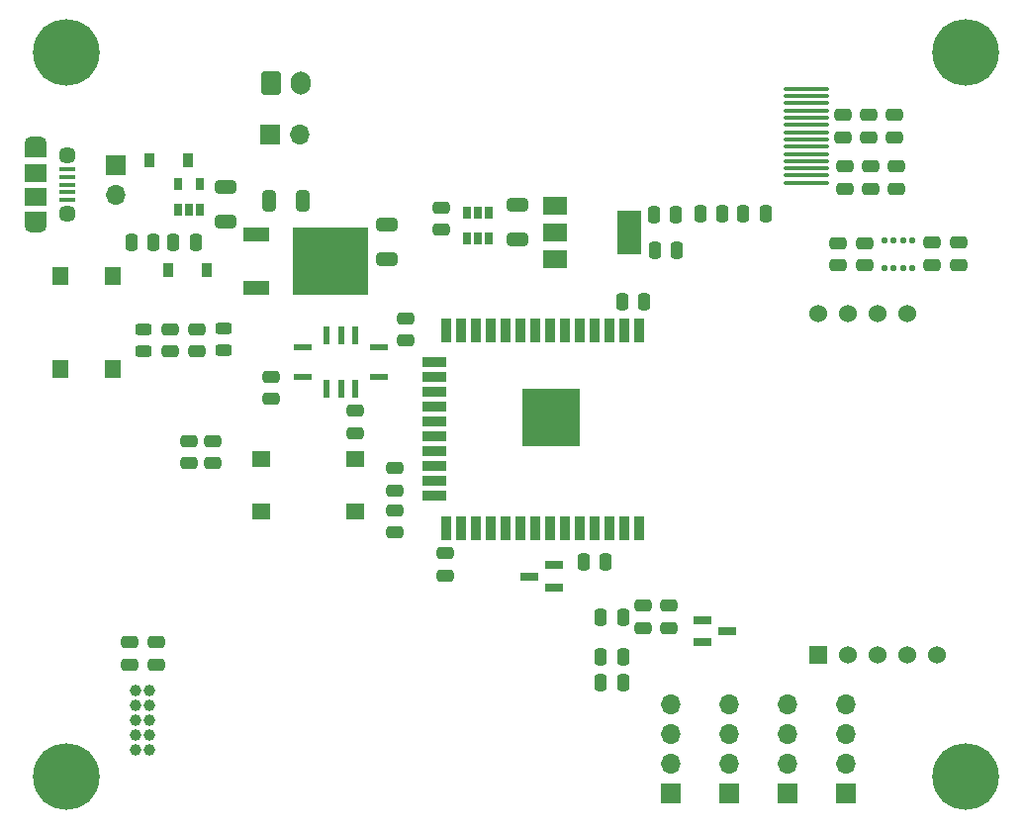
<source format=gbr>
%TF.GenerationSoftware,KiCad,Pcbnew,(5.99.0-8928-gc255dede17)*%
%TF.CreationDate,2021-02-24T19:05:11-08:00*%
%TF.ProjectId,smbpcb,736d6270-6362-42e6-9b69-6361645f7063,rev?*%
%TF.SameCoordinates,Original*%
%TF.FileFunction,Soldermask,Top*%
%TF.FilePolarity,Negative*%
%FSLAX46Y46*%
G04 Gerber Fmt 4.6, Leading zero omitted, Abs format (unit mm)*
G04 Created by KiCad (PCBNEW (5.99.0-8928-gc255dede17)) date 2021-02-24 19:05:11*
%MOMM*%
%LPD*%
G01*
G04 APERTURE LIST*
G04 Aperture macros list*
%AMRoundRect*
0 Rectangle with rounded corners*
0 $1 Rounding radius*
0 $2 $3 $4 $5 $6 $7 $8 $9 X,Y pos of 4 corners*
0 Add a 4 corners polygon primitive as box body*
4,1,4,$2,$3,$4,$5,$6,$7,$8,$9,$2,$3,0*
0 Add four circle primitives for the rounded corners*
1,1,$1+$1,$2,$3*
1,1,$1+$1,$4,$5*
1,1,$1+$1,$6,$7*
1,1,$1+$1,$8,$9*
0 Add four rect primitives between the rounded corners*
20,1,$1+$1,$2,$3,$4,$5,0*
20,1,$1+$1,$4,$5,$6,$7,0*
20,1,$1+$1,$6,$7,$8,$9,0*
20,1,$1+$1,$8,$9,$2,$3,0*%
G04 Aperture macros list end*
%ADD10R,0.900000X1.200000*%
%ADD11RoundRect,0.250000X0.475000X-0.250000X0.475000X0.250000X-0.475000X0.250000X-0.475000X-0.250000X0*%
%ADD12RoundRect,0.250000X0.250000X0.475000X-0.250000X0.475000X-0.250000X-0.475000X0.250000X-0.475000X0*%
%ADD13R,2.000000X1.500000*%
%ADD14R,2.000000X3.800000*%
%ADD15R,0.650000X1.060000*%
%ADD16R,1.700000X1.700000*%
%ADD17O,1.700000X1.700000*%
%ADD18RoundRect,0.250000X0.650000X-0.325000X0.650000X0.325000X-0.650000X0.325000X-0.650000X-0.325000X0*%
%ADD19R,2.200000X1.200000*%
%ADD20R,6.400000X5.800000*%
%ADD21RoundRect,0.250000X-0.250000X-0.475000X0.250000X-0.475000X0.250000X0.475000X-0.250000X0.475000X0*%
%ADD22RoundRect,0.125000X0.125000X0.137500X-0.125000X0.137500X-0.125000X-0.137500X0.125000X-0.137500X0*%
%ADD23RoundRect,0.250000X-0.475000X0.250000X-0.475000X-0.250000X0.475000X-0.250000X0.475000X0.250000X0*%
%ADD24R,1.524000X1.524000*%
%ADD25C,1.524000*%
%ADD26R,1.400000X1.600000*%
%ADD27R,1.350000X0.400000*%
%ADD28R,1.900000X1.500000*%
%ADD29R,1.900000X1.200000*%
%ADD30O,1.900000X1.200000*%
%ADD31C,1.450000*%
%ADD32C,1.000000*%
%ADD33C,5.700000*%
%ADD34RoundRect,0.250000X-0.325000X-0.650000X0.325000X-0.650000X0.325000X0.650000X-0.325000X0.650000X0*%
%ADD35RoundRect,0.070000X0.650000X0.300000X-0.650000X0.300000X-0.650000X-0.300000X0.650000X-0.300000X0*%
%ADD36RoundRect,0.250000X-0.600000X-0.750000X0.600000X-0.750000X0.600000X0.750000X-0.600000X0.750000X0*%
%ADD37O,1.700000X2.000000*%
%ADD38RoundRect,0.250000X-0.650000X0.325000X-0.650000X-0.325000X0.650000X-0.325000X0.650000X0.325000X0*%
%ADD39RoundRect,0.243750X0.456250X-0.243750X0.456250X0.243750X-0.456250X0.243750X-0.456250X-0.243750X0*%
%ADD40O,4.000000X0.320000*%
%ADD41R,1.600000X1.400000*%
%ADD42RoundRect,0.243750X-0.456250X0.243750X-0.456250X-0.243750X0.456250X-0.243750X0.456250X0.243750X0*%
%ADD43R,0.600000X1.500000*%
%ADD44R,1.500000X0.600000*%
%ADD45RoundRect,0.070000X-0.650000X-0.300000X0.650000X-0.300000X0.650000X0.300000X-0.650000X0.300000X0*%
%ADD46R,0.900000X2.000000*%
%ADD47R,2.000000X0.900000*%
%ADD48R,5.000000X5.000000*%
G04 APERTURE END LIST*
D10*
%TO.C,D5*%
X40450000Y-42100000D03*
X43750000Y-42100000D03*
%TD*%
D11*
%TO.C,R28*%
X42200000Y-58450000D03*
X42200000Y-56550000D03*
%TD*%
%TO.C,R26*%
X43800000Y-68045000D03*
X43800000Y-66145000D03*
%TD*%
D12*
%TO.C,R2*%
X89450000Y-46700000D03*
X87550000Y-46700000D03*
%TD*%
D13*
%TO.C,U7*%
X75145000Y-45985000D03*
X75145000Y-48285000D03*
D14*
X81445000Y-48285000D03*
D13*
X75145000Y-50585000D03*
%TD*%
D11*
%TO.C,R6*%
X99800000Y-40150000D03*
X99800000Y-38250000D03*
%TD*%
D15*
%TO.C,U1*%
X42845000Y-46335000D03*
X43795000Y-46335000D03*
X44745000Y-46335000D03*
X44745000Y-44135000D03*
X42845000Y-44135000D03*
%TD*%
D16*
%TO.C,EXT_BATT1*%
X50775000Y-39900000D03*
D17*
X53315000Y-39900000D03*
%TD*%
D18*
%TO.C,C3*%
X60700000Y-50575000D03*
X60700000Y-47625000D03*
%TD*%
D16*
%TO.C,AUX_CONN2*%
X90000000Y-96300000D03*
D17*
X90000000Y-93760000D03*
X90000000Y-91220000D03*
X90000000Y-88680000D03*
%TD*%
D19*
%TO.C,Q1*%
X49567000Y-48463200D03*
D20*
X55867000Y-50743200D03*
D19*
X49567000Y-53023200D03*
%TD*%
D21*
%TO.C,R1*%
X38850000Y-49100000D03*
X40750000Y-49100000D03*
%TD*%
D12*
%TO.C,R11*%
X79450000Y-76450000D03*
X77550000Y-76450000D03*
%TD*%
%TO.C,R15*%
X80950000Y-86800000D03*
X79050000Y-86800000D03*
%TD*%
D21*
%TO.C,C6*%
X91250000Y-46700000D03*
X93150000Y-46700000D03*
%TD*%
D18*
%TO.C,C4*%
X71900000Y-48875000D03*
X71900000Y-45925000D03*
%TD*%
D22*
%TO.C,U5*%
X105698300Y-51302400D03*
X104898300Y-51302400D03*
X104098300Y-51302400D03*
X103298300Y-51302400D03*
X103298300Y-48927400D03*
X104098300Y-48927400D03*
X104898300Y-48927400D03*
X105698300Y-48927400D03*
%TD*%
D11*
%TO.C,R22*%
X41000000Y-85250000D03*
X41000000Y-83350000D03*
%TD*%
D21*
%TO.C,R3*%
X83650000Y-49800000D03*
X85550000Y-49800000D03*
%TD*%
D11*
%TO.C,L1*%
X65400000Y-48050000D03*
X65400000Y-46150000D03*
%TD*%
%TO.C,C10*%
X104200000Y-40150000D03*
X104200000Y-38250000D03*
%TD*%
%TO.C,C5*%
X99900000Y-44550000D03*
X99900000Y-42650000D03*
%TD*%
D23*
%TO.C,C12*%
X107400000Y-49150000D03*
X107400000Y-51050000D03*
%TD*%
%TO.C,R24*%
X61400000Y-72050000D03*
X61400000Y-73950000D03*
%TD*%
D24*
%TO.C,U6*%
X97655000Y-84437500D03*
D25*
X100195000Y-84437500D03*
X102735000Y-84437500D03*
X105275000Y-84437500D03*
X107815000Y-84437500D03*
X97655000Y-55227500D03*
X100195000Y-55227500D03*
X102735000Y-55227500D03*
X105275000Y-55227500D03*
%TD*%
D23*
%TO.C,C16*%
X45800000Y-66150000D03*
X45800000Y-68050000D03*
%TD*%
%TO.C,R20*%
X50800000Y-60650000D03*
X50800000Y-62550000D03*
%TD*%
D26*
%TO.C,SW2*%
X32750000Y-60000000D03*
X32750000Y-52000000D03*
X37250000Y-60000000D03*
X37250000Y-52000000D03*
%TD*%
D15*
%TO.C,U2*%
X69450000Y-46600000D03*
X68500000Y-46600000D03*
X67550000Y-46600000D03*
X67550000Y-48800000D03*
X68500000Y-48800000D03*
X69450000Y-48800000D03*
%TD*%
D27*
%TO.C,J1*%
X33362500Y-42900000D03*
X33362500Y-43550000D03*
X33362500Y-44200000D03*
X33362500Y-44850000D03*
X33362500Y-45500000D03*
D28*
X30662500Y-43200000D03*
D29*
X30662500Y-41300000D03*
D30*
X30662500Y-40700000D03*
D28*
X30662500Y-45200000D03*
D29*
X30662500Y-47100000D03*
D30*
X30662500Y-47700000D03*
D31*
X33362500Y-41700000D03*
X33362500Y-46700000D03*
%TD*%
D32*
%TO.C,J2*%
X39220000Y-92540000D03*
X40380000Y-92540000D03*
X39220000Y-91270000D03*
X40380000Y-91270000D03*
X39220000Y-90000000D03*
X40380000Y-90000000D03*
X39220000Y-88730000D03*
X40380000Y-88730000D03*
X39220000Y-87460000D03*
X40380000Y-87460000D03*
%TD*%
D33*
%TO.C,*%
X33295000Y-94885000D03*
%TD*%
D16*
%TO.C,5V_IN1*%
X37500000Y-42525000D03*
D17*
X37500000Y-45065000D03*
%TD*%
D33*
%TO.C,REF\u002A\u002A*%
X110295000Y-32885000D03*
%TD*%
D21*
%TO.C,R13*%
X79050000Y-81200000D03*
X80950000Y-81200000D03*
%TD*%
D23*
%TO.C,C7*%
X104300000Y-42650000D03*
X104300000Y-44550000D03*
%TD*%
D16*
%TO.C,AUX_CONN1*%
X85000000Y-96300000D03*
D17*
X85000000Y-93760000D03*
X85000000Y-91220000D03*
X85000000Y-88680000D03*
%TD*%
D34*
%TO.C,C2*%
X50625000Y-45585000D03*
X53575000Y-45585000D03*
%TD*%
D33*
%TO.C,MOUNT4*%
X110295000Y-94885000D03*
%TD*%
D11*
%TO.C,R25*%
X44500000Y-58450000D03*
X44500000Y-56550000D03*
%TD*%
D35*
%TO.C,Q2*%
X75050000Y-78669000D03*
X75050000Y-76769000D03*
X72950000Y-77719000D03*
%TD*%
D36*
%TO.C,BT1*%
X50845000Y-35532500D03*
D37*
X53345000Y-35532500D03*
%TD*%
D11*
%TO.C,R14*%
X84900000Y-82150000D03*
X84900000Y-80250000D03*
%TD*%
D38*
%TO.C,C1*%
X46950000Y-44375000D03*
X46950000Y-47325000D03*
%TD*%
D39*
%TO.C,D3*%
X46800000Y-58387500D03*
X46800000Y-56512500D03*
%TD*%
D10*
%TO.C,D1*%
X45350000Y-51500000D03*
X42050000Y-51500000D03*
%TD*%
D11*
%TO.C,R23*%
X38700000Y-85250000D03*
X38700000Y-83350000D03*
%TD*%
D23*
%TO.C,R18*%
X99300000Y-49200000D03*
X99300000Y-51100000D03*
%TD*%
D21*
%TO.C,R5*%
X83550000Y-46750000D03*
X85450000Y-46750000D03*
%TD*%
D33*
%TO.C,REF\u002A\u002A*%
X33295000Y-32885000D03*
%TD*%
D21*
%TO.C,C17*%
X80850000Y-54200000D03*
X82750000Y-54200000D03*
%TD*%
D23*
%TO.C,C8*%
X102100000Y-42650000D03*
X102100000Y-44550000D03*
%TD*%
D16*
%TO.C,AUX_CONN3*%
X95000000Y-96300000D03*
D17*
X95000000Y-93760000D03*
X95000000Y-91220000D03*
X95000000Y-88680000D03*
%TD*%
D40*
%TO.C,U4*%
X96611800Y-44039400D03*
X96611800Y-43419400D03*
X96611800Y-42799400D03*
X96611800Y-42179400D03*
X96611800Y-41559400D03*
X96611800Y-40939400D03*
X96611800Y-40319400D03*
X96611800Y-39699400D03*
X96611800Y-39079400D03*
X96611800Y-38459400D03*
X96611800Y-37839400D03*
X96611800Y-37219400D03*
X96611800Y-36599400D03*
X96611800Y-35979400D03*
%TD*%
D23*
%TO.C,C15*%
X61400000Y-68450000D03*
X61400000Y-70350000D03*
%TD*%
D41*
%TO.C,SW1*%
X58000000Y-72150000D03*
X50000000Y-72150000D03*
X58000000Y-67650000D03*
X50000000Y-67650000D03*
%TD*%
D42*
%TO.C,D4*%
X39900000Y-56562500D03*
X39900000Y-58437500D03*
%TD*%
D11*
%TO.C,R27*%
X65700000Y-77650000D03*
X65700000Y-75750000D03*
%TD*%
D43*
%TO.C,IC1*%
X55545000Y-61635000D03*
X56795000Y-61635000D03*
X58045000Y-61635000D03*
D44*
X60045000Y-60655000D03*
X60045000Y-58115000D03*
D43*
X58045000Y-57135000D03*
X56795000Y-57135000D03*
X55545000Y-57135000D03*
D44*
X53545000Y-58115000D03*
X53545000Y-60655000D03*
%TD*%
D45*
%TO.C,Q3*%
X87750000Y-81450000D03*
X87750000Y-83350000D03*
X89850000Y-82400000D03*
%TD*%
D21*
%TO.C,R16*%
X79050000Y-84600000D03*
X80950000Y-84600000D03*
%TD*%
D11*
%TO.C,C9*%
X102000000Y-40150000D03*
X102000000Y-38250000D03*
%TD*%
D23*
%TO.C,R10*%
X62300000Y-55650000D03*
X62300000Y-57550000D03*
%TD*%
D11*
%TO.C,C13*%
X109700000Y-51050000D03*
X109700000Y-49150000D03*
%TD*%
%TO.C,R12*%
X82700000Y-82150000D03*
X82700000Y-80250000D03*
%TD*%
D23*
%TO.C,R17*%
X101600000Y-49200000D03*
X101600000Y-51100000D03*
%TD*%
D12*
%TO.C,R4*%
X44350000Y-49100000D03*
X42450000Y-49100000D03*
%TD*%
D46*
%TO.C,U3*%
X82295000Y-56635000D03*
X81025000Y-56635000D03*
X79755000Y-56635000D03*
X78485000Y-56635000D03*
X77215000Y-56635000D03*
X75945000Y-56635000D03*
X74675000Y-56635000D03*
X73405000Y-56635000D03*
X72135000Y-56635000D03*
X70865000Y-56635000D03*
X69595000Y-56635000D03*
X68325000Y-56635000D03*
X67055000Y-56635000D03*
X65785000Y-56635000D03*
D47*
X64785000Y-59420000D03*
X64785000Y-60690000D03*
X64785000Y-61960000D03*
X64785000Y-63230000D03*
X64785000Y-64500000D03*
X64785000Y-65770000D03*
X64785000Y-67040000D03*
X64785000Y-68310000D03*
X64785000Y-69580000D03*
X64785000Y-70850000D03*
D46*
X65785000Y-73635000D03*
X67055000Y-73635000D03*
X68325000Y-73635000D03*
X69595000Y-73635000D03*
X70865000Y-73635000D03*
X72135000Y-73635000D03*
X73405000Y-73635000D03*
X74675000Y-73635000D03*
X75945000Y-73635000D03*
X77215000Y-73635000D03*
X78485000Y-73635000D03*
X79755000Y-73635000D03*
X81025000Y-73635000D03*
X82295000Y-73635000D03*
D48*
X74795000Y-64135000D03*
%TD*%
D23*
%TO.C,R19*%
X58000000Y-63550000D03*
X58000000Y-65450000D03*
%TD*%
D16*
%TO.C,AUX_CONN4*%
X100000000Y-96300000D03*
D17*
X100000000Y-93760000D03*
X100000000Y-91220000D03*
X100000000Y-88680000D03*
%TD*%
M02*

</source>
